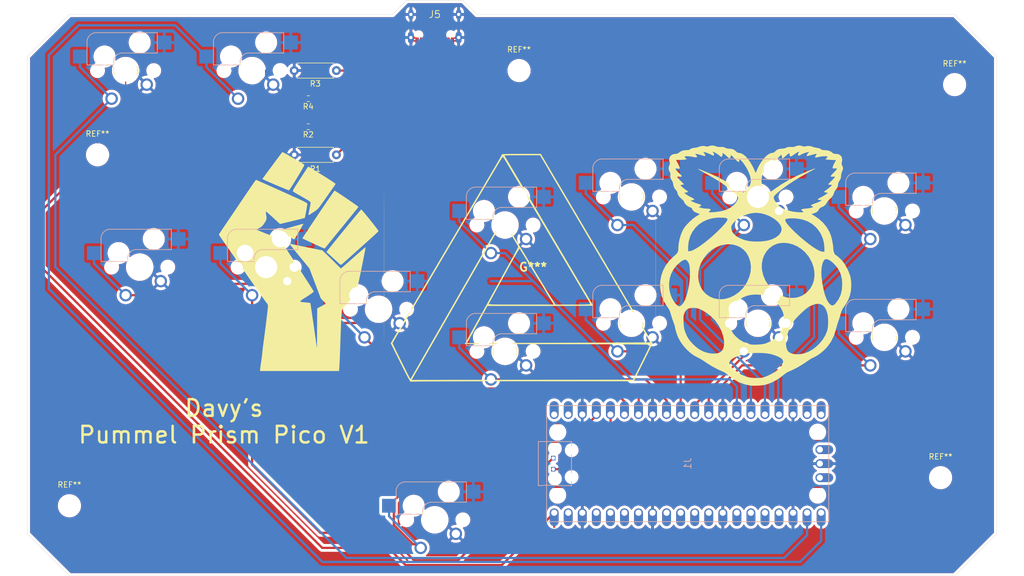
<source format=kicad_pcb>
(kicad_pcb (version 20211014) (generator pcbnew)
  (layers (0 "F.Cu" signal) (31 "B.Cu" signal) (34 "B.Paste" user) (35 "F.Paste" user) (36 "B.SilkS" user "B.Silkscreen") (37 "F.SilkS" user "F.Silkscreen") (38 "B.Mask" user) (39 "F.Mask" user) (44 "Edge.Cuts" user))
  (net 0 "")
  (net 4 "GND")
  (net 7 "/UP")
  (net 8 "/DOWN")
  (net 9 "/RIGHT")
  (net 10 "/LEFT")
  (net 11 "/B1")
  (net 12 "/B2")
  (net 13 "/R1")
  (net 14 "/L1")
  (net 17 "/S1")
  (net 18 "/S2")
  (net 30 "/D-")
  (net 31 "/D+")
  (net 32 "+5V")
  (net 33 "VCC")
  (net 34 "Net-(J5-PadA5)")
  (net 36 "Net-(J5-PadB5)")
  (net 38 "/B3")
  (net 39 "/B4")
  (net 40 "/L2")
  (net 41 "/R2")
  (footprint "OF1 v1:MX-BOTH" (layer "F.Cu") (at 210.82 91.44)
    (fp_text reference "U$15" (at 0 0) (layer "F.SilkS") (effects (font (size 1.27 1.27))))
    (fp_text value "MX-B")
    (pad "" np_thru_hole circle (at -5.08 0) (size 1.7018 1.7018) (drill 1.7018) (layers *.Cu *.Mask))
    (pad "" np_thru_hole circle (at 2.54 -5.08) (size 3 3) (drill 3) (layers *.Cu *.Mask))
    (pad "" np_thru_hole circle (at 5.08 0) (size 1.7018 1.7018) (drill 1.7018) (layers *.Cu *.Mask))
    (pad "" np_thru_hole circle (at 0 0) (size 3.9878 3.9878) (drill 3.9878) (layers *.Cu *.Mask))
    (pad "" np_thru_hole circle (at -3.81 -2.54) (size 3 3) (drill 3) (layers *.Cu *.Mask))
    (pad "P$1" thru_hole circle (at 3.81 2.54 180) (size 2.2479 2.2479) (drill 1.4986) (layers *.Cu *.Mask) (net 4 "GND"))
    (pad "P$2" thru_hole circle (at -2.54 5.08 180) (size 2.2479 2.2479) (drill 1.4986) (layers *.Cu *.Mask) (net 41 "/R2"))
    (pad "P$3" smd rect (at -8.255 -2.54) (size 2.55 2.5) (layers "B.Cu" "B.Paste" "B.Mask") (net 41 "/R2"))
    (pad "P$4" smd rect (at 6.985 -5.08) (size 2.55 2.5) (layers "B.Cu" "B.Paste" "B.Mask") (net 4 "GND"))
  )
  (footprint "OF1 v1:MX-BOTH" (layer "F.Cu") (at 165.1 96.52)
    (fp_text reference "U$13" (at 0 0) (layer "F.SilkS") (effects (font (size 1.27 1.27))))
    (fp_text value "MX-B")
    (pad "" np_thru_hole circle (at 5.08 0) (size 1.7018 1.7018) (drill 1.7018) (layers *.Cu *.Mask))
    (pad "" np_thru_hole circle (at 0 0) (size 3.9878 3.9878) (drill 3.9878) (layers *.Cu *.Mask))
    (pad "" np_thru_hole circle (at -3.81 -2.54) (size 3 3) (drill 3) (layers *.Cu *.Mask))
    (pad "" np_thru_hole circle (at -5.08 0) (size 1.7018 1.7018) (drill 1.7018) (layers *.Cu *.Mask))
    (pad "" np_thru_hole circle (at 2.54 -5.08) (size 3 3) (drill 3) (layers *.Cu *.Mask))
    (pad "P$1" thru_hole circle (at 3.81 2.54 180) (size 2.2479 2.2479) (drill 1.4986) (layers *.Cu *.Mask) (net 4 "GND"))
    (pad "P$2" thru_hole circle (at -2.54 5.08 180) (size 2.2479 2.2479) (drill 1.4986) (layers *.Cu *.Mask) (net 11 "/B1"))
    (pad "P$3" smd rect (at -8.255 -2.54) (size 2.55 2.5) (layers "B.Cu" "B.Paste" "B.Mask") (net 11 "/B1"))
    (pad "P$4" smd rect (at 6.985 -5.08) (size 2.55 2.5) (layers "B.Cu" "B.Paste" "B.Mask") (net 4 "GND"))
  )
  (footprint "Resistor_SMD:R_0603_1608Metric" (layer "F.Cu") (at 129.54 55.88 180)
    (fp_text reference "R2" (at 0 -1.43) (layer "F.SilkS"))
    (fp_text value "5.1k")
    (pad "1" smd roundrect (at -0.825 0 180) (size 0.8 0.95) (layers "F.Cu" "F.Paste" "F.Mask") (net 34 "Net-(J5-PadA5)"))
    (pad "2" smd roundrect (at 0.825 0 180) (size 0.8 0.95) (layers "F.Cu" "F.Paste" "F.Mask") (net 4 "GND"))
  )
  (footprint "OF1 v1:MX-BOTH" (layer "F.Cu") (at 233.68 71.12)
    (fp_text reference "U$12" (at 0 0) (layer "F.SilkS") (effects (font (size 1.27 1.27))))
    (fp_text value "MX-B")
    (pad "" np_thru_hole circle (at 0 0) (size 3.9878 3.9878) (drill 3.9878) (layers *.Cu *.Mask))
    (pad "" np_thru_hole circle (at 5.08 0) (size 1.7018 1.7018) (drill 1.7018) (layers *.Cu *.Mask))
    (pad "" np_thru_hole circle (at -5.08 0) (size 1.7018 1.7018) (drill 1.7018) (layers *.Cu *.Mask))
    (pad "" np_thru_hole circle (at -3.81 -2.54) (size 3 3) (drill 3) (layers *.Cu *.Mask))
    (pad "" np_thru_hole circle (at 2.54 -5.08) (size 3 3) (drill 3) (layers *.Cu *.Mask))
    (pad "P$1" thru_hole circle (at 3.81 2.54 180) (size 2.2479 2.2479) (drill 1.4986) (layers *.Cu *.Mask) (net 4 "GND"))
    (pad "P$2" thru_hole circle (at -2.54 5.08 180) (size 2.2479 2.2479) (drill 1.4986) (layers *.Cu *.Mask) (net 14 "/L1"))
    (pad "P$3" smd rect (at -8.255 -2.54) (size 2.55 2.5) (layers "B.Cu" "B.Paste" "B.Mask") (net 14 "/L1"))
    (pad "P$4" smd rect (at 6.985 -5.08) (size 2.55 2.5) (layers "B.Cu" "B.Paste" "B.Mask") (net 4 "GND"))
  )
  (footprint "OF1 v1:MX-BOTH" (layer "F.Cu") (at 187.96 68.58)
    (fp_text reference "U$10" (at 0 0) (layer "F.SilkS") (effects (font (size 1.27 1.27))))
    (fp_text value "MX-B")
    (pad "" np_thru_hole circle (at -5.08 0) (size 1.7018 1.7018) (drill 1.7018) (layers *.Cu *.Mask))
    (pad "" np_thru_hole circle (at 0 0) (size 3.9878 3.9878) (drill 3.9878) (layers *.Cu *.Mask))
    (pad "" np_thru_hole circle (at -3.81 -2.54) (size 3 3) (drill 3) (layers *.Cu *.Mask))
    (pad "" np_thru_hole circle (at 5.08 0) (size 1.7018 1.7018) (drill 1.7018) (layers *.Cu *.Mask))
    (pad "" np_thru_hole circle (at 2.54 -5.08) (size 3 3) (drill 3) (layers *.Cu *.Mask))
    (pad "P$1" thru_hole circle (at 3.81 2.54 180) (size 2.2479 2.2479) (drill 1.4986) (layers *.Cu *.Mask) (net 4 "GND"))
    (pad "P$2" thru_hole circle (at -2.54 5.08 180) (size 2.2479 2.2479) (drill 1.4986) (layers *.Cu *.Mask) (net 39 "/B4"))
    (pad "P$3" smd rect (at -8.255 -2.54) (size 2.55 2.5) (layers "B.Cu" "B.Paste" "B.Mask") (net 39 "/B4"))
    (pad "P$4" smd rect (at 6.985 -5.08) (size 2.55 2.5) (layers "B.Cu" "B.Paste" "B.Mask") (net 4 "GND"))
  )
  (footprint "MountingHole:MountingHole_3.2mm_M3_DIN965" (layer "F.Cu") (at 86.36 124.46)
    (fp_text reference "REF**" (at 0 -3.8) (layer "F.SilkS"))
    (fp_text value "MountingHole_3.2mm_M3_DIN965")
    (pad "" np_thru_hole circle (at 0 0) (size 3.2 3.2) (drill 3.2) (layers *.Cu *.Mask))
  )
  (footprint "MountingHole:MountingHole_3.2mm_M3_DIN965" (layer "F.Cu") (at 246.38 48.26)
    (fp_text reference "REF**" (at 0 -3.8) (layer "F.SilkS"))
    (fp_text value "MountingHole_3.2mm_M3_DIN965")
    (pad "" np_thru_hole circle (at 0 0) (size 3.2 3.2) (drill 3.2) (layers *.Cu *.Mask))
  )
  (footprint "OF1 v1:16P" (layer "F.Cu") (at 152.4 35.56 180)
    (fp_text reference "J5" (at 0 0) (layer "F.SilkS") (effects (font (size 1.27 1.27))))
    (fp_text value "GT-USB-7010")
    (pad "" np_thru_hole circle (at 2.89 -3.68 180) (size 0.65 0.65) (drill 0.65) (layers *.Cu *.Mask))
    (pad "" np_thru_hole circle (at -2.89 -3.68 180) (size 0.65 0.65) (drill 0.65) (layers *.Cu *.Mask))
    (pad "A1/B12" smd rect (at -3.2 -4.8 180) (size 0.6 1.24) (layers "F.Cu" "F.Paste" "F.Mask") (net 4 "GND"))
    (pad "A4/B9" smd rect (at -2.4 -4.8 180) (size 0.6 1.24) (layers "F.Cu" "F.Paste" "F.Mask") (net 32 "+5V"))
    (pad "A5" smd rect (at -1.25 -4.8 180) (size 0.3 1.24) (layers "F.Cu" "F.Paste" "F.Mask") (net 34 "Net-(J5-PadA5)"))
    (pad "A6" smd rect (at -0.25 -4.8 180) (size 0.3 1.24) (layers "F.Cu" "F.Paste" "F.Mask") (net 31 "/D+"))
    (pad "A7" smd rect (at 0.25 -4.8 180) (size 0.3 1.24) (layers "F.Cu" "F.Paste" "F.Mask") (net 30 "/D-"))
    (pad "A8" smd rect (at 1.25 -4.8 180) (size 0.3 1.24) (layers "F.Cu" "F.Paste" "F.Mask"))
    (pad "B1/A12" smd rect (at 3.2 -4.8 180) (size 0.6 1.24) (layers "F.Cu" "F.Paste" "F.Mask") (net 4 "GND"))
    (pad "B4/A9" smd rect (at 2.4 -4.8 180) (size 0.6 1.24) (layers "F.Cu" "F.Paste" "F.Mask") (net 32 "+5V"))
    (pad "B5" smd rect (at 1.75 -4.8 180) (size 0.3 1.24) (layers "F.Cu" "F.Paste" "F.Mask") (net 36 "Net-(J5-PadB5)"))
    (pad "B6" smd rect (at 0.75 -4.8 180) (size 0.3 1.24) (layers "F.Cu" "F.Paste" "F.Mask") (net 31 "/D+"))
    (pad "B7" smd rect (at -0.75 -4.8 180) (size 0.3 1.24) (layers "F.Cu" "F.Paste" "F.Mask") (net 30 "/D-"))
    (pad "B8" smd rect (at -1.75 -4.8 180) (size 0.3 1.24) (layers "F.Cu" "F.Paste" "F.Mask"))
    (pad "SHIELD1" thru_hole oval (at -4.32 -4.18 270) (size 2.1 1.05) (drill 0.6) (layers *.Cu *.Mask) (net 4 "GND"))
    (pad "SHIELD2" thru_hole oval (at -4.32 0 270) (size 1.8 0.9) (drill 0.6) (layers *.Cu *.Mask) (net 4 "GND"))
    (pad "SHIELD3" thru_hole oval (at 4.32 -4.18 270) (size 2.1 1.05) (drill 0.6) (layers *.Cu *.Mask) (net 4 "GND"))
    (pad "SHIELD4" thru_hole oval (at 4.32 0 270) (size 1.8 0.9) (drill 0.6) (layers *.Cu *.Mask) (net 4 "GND"))
  )
  (footprint "Resistor_THT:R_Axial_DIN0207_L6.3mm_D2.5mm_P7.62mm_Horizontal" (layer "F.Cu") (at 134.62 45.72 180)
    (fp_text reference "R3" (at 3.81 -2.37) (layer "F.SilkS"))
    (fp_text value "5.1k")
    (pad "1" thru_hole circle (at 0 0 180) (size 1.6 1.6) (drill 0.8) (layers *.Cu *.Mask) (net 36 "Net-(J5-PadB5)"))
    (pad "2" thru_hole oval (at 7.62 0 180) (size 1.6 1.6) (drill 0.8) (layers *.Cu *.Mask) (net 4 "GND"))
  )
  (footprint "MountingHole:MountingHole_3.2mm_M3_DIN965" (layer "F.Cu") (at 91.44 60.96)
    (fp_text reference "REF**" (at 0 -3.8) (layer "F.SilkS"))
    (fp_text value "MountingHole_3.2mm_M3_DIN965")
    (pad "" np_thru_hole circle (at 0 0) (size 3.2 3.2) (drill 3.2) (layers *.Cu *.Mask))
  )
  (footprint "OF1 v1:MX-BOTH" (layer "F.Cu") (at 233.68 93.98)
    (fp_text reference "U$16" (at 0 0) (layer "F.SilkS") (effects (font (size 1.27 1.27))))
    (fp_text value "MX-B")
    (pad "" np_thru_hole circle (at 2.54 -5.08) (size 3 3) (drill 3) (layers *.Cu *.Mask))
    (pad "" np_thru_hole circle (at 5.08 0) (size 1.7018 1.7018) (drill 1.7018) (layers *.Cu *.Mask))
    (pad "" np_thru_hole circle (at -5.08 0) (size 1.7018 1.7018) (drill 1.7018) (layers *.Cu *.Mask))
    (pad "" np_thru_hole circle (at -3.81 -2.54) (size 3 3) (drill 3) (layers *.Cu *.Mask))
    (pad "" np_thru_hole circle (at 0 0) (size 3.9878 3.9878) (drill 3.9878) (layers *.Cu *.Mask))
    (pad "P$1" thru_hole circle (at 3.81 2.54 180) (size 2.2479 2.2479) (drill 1.4986) (layers *.Cu *.Mask) (net 4 "GND"))
    (pad "P$2" thru_hole circle (at -2.54 5.08 180) (size 2.2479 2.2479) (drill 1.4986) (layers *.Cu *.Mask) (net 40 "/L2"))
    (pad "P$3" smd rect (at -8.255 -2.54) (size 2.55 2.5) (layers "B.Cu" "B.Paste" "B.Mask") (net 40 "/L2"))
    (pad "P$4" smd rect (at 6.985 -5.08) (size 2.55 2.5) (layers "B.Cu" "B.Paste" "B.Mask") (net 4 "GND"))
  )
  (footprint "Resistor_THT:R_Axial_DIN0207_L6.3mm_D2.5mm_P7.62mm_Horizontal" (layer "F.Cu") (at 134.62 60.96 180)
    (fp_text reference "R1" (at 3.81 -2.54) (layer "F.SilkS"))
    (fp_text value "5.1k")
    (pad "1" thru_hole circle (at 0 0 180) (size 1.6 1.6) (drill 0.8) (layers *.Cu *.Mask) (net 34 "Net-(J5-PadA5)"))
    (pad "2" thru_hole oval (at 7.62 0 180) (size 1.6 1.6) (drill 0.8) (layers *.Cu *.Mask) (net 4 "GND"))
  )
  (footprint "OF1 v1:pummel_prism_pico" (layer "F.Cu") (at 170.18 81.28)
    (fp_text reference "G***" (at 0 0) (layer "F.SilkS") (effects (font (size 1.524 1.524) (thickness 0.3))))
    (fp_text value "LOGO" hide)
  )
  (footprint "OF1 v1:MX-BOTH" (layer "F.Cu") (at 210.82 68.58)
    (fp_text reference "U$11" (at 0 0) (layer "F.SilkS") (effects (font (size 1.27 1.27))))
    (fp_text value "MX-B")
    (pad "" np_thru_hole circle (at -3.81 -2.54) (size 3 3) (drill 3) (layers *.Cu *.Mask))
    (pad "" np_thru_hole circle (at 2.54 -5.08) (size 3 3) (drill 3) (layers *.Cu *.Mask))
    (pad "" np_thru_hole circle (at 0 0) (size 3.9878 3.9878) (drill 3.9878) (layers *.Cu *.Mask))
    (pad "" np_thru_hole circle (at 5.08 0) (size 1.7018 1.7018) (drill 1.7018) (layers *.Cu *.Mask))
    (pad "" np_thru_hole circle (at -5.08 0) (size 1.7018 1.7018) (drill 1.7018) (layers *.Cu *.Mask))
    (pad "P$1" thru_hole circle (at 3.81 2.54 180) (size 2.2479 2.2479) (drill 1.4986) (layers *.Cu *.Mask) (net 4 "GND"))
    (pad "P$2" thru_hole circle (at -2.54 5.08 180) (size 2.2479 2.2479) (drill 1.4986) (layers *.Cu *.Mask) (net 13 "/R1"))
    (pad "P$3" smd rect (at -8.255 -2.54) (size 2.55 2.5) (layers "B.Cu" "B.Paste" "B.Mask") (net 13 "/R1"))
    (pad "P$4" smd rect (at 6.985 -5.08) (size 2.55 2.5) (layers "B.Cu" "B.Paste" "B.Mask") (net 4 "GND"))
  )
  (footprint "MountingHole:MountingHole_3.2mm_M3_DIN965" (layer "F.Cu") (at 243.84 119.38)
    (fp_text reference "REF**" (at 0 -3.8) (layer "F.SilkS"))
    (fp_text value "MountingHole_3.2mm_M3_DIN965")
    (pad "" np_thru_hole circle (at 0 0) (size 3.2 3.2) (drill 3.2) (layers *.Cu *.Mask))
  )
  (footprint "OF1 v1:MX-BOTH" (layer "F.Cu") (at 96.52 45.72)
    (fp_text reference "U$18" (at 0 0) (layer "F.SilkS") (effects (font (size 1.27 1.27))))
    (fp_text value "MX-B")
    (pad "" np_thru_hole circle (at 0 0) (size 3.9878 3.9878) (drill 3.9878) (layers *.Cu *.Mask))
    (pad "" np_thru_hole circle (at 2.54 -5.08) (size 3 3) (drill 3) (layers *.Cu *.Mask))
    (pad "" np_thru_hole circle (at -3.81 -2.54) (size 3 3) (drill 3) (layers *.Cu *.Mask))
    (pad "" np_thru_hole circle (at 5.08 0) (size 1.7018 1.7018) (drill 1.7018) (layers *.Cu *.Mask))
    (pad "" np_thru_hole circle (at -5.08 0) (size 1.7018 1.7018) (drill 1.7018) (layers *.Cu *.Mask))
    (pad "P$1" thru_hole circle (at 3.81 2.54 180) (size 2.2479 2.2479) (drill 1.4986) (layers *.Cu *.Mask) (net 4 "GND"))
    (pad "P$2" thru_hole circle (at -2.54 5.08 180) (size 2.2479 2.2479) (drill 1.4986) (layers *.Cu *.Mask) (net 18 "/S2"))
    (pad "P$3" smd rect (at -8.255 -2.54) (size 2.55 2.5) (layers "B.Cu" "B.Paste" "B.Mask") (net 18 "/S2"))
    (pad "P$4" smd rect (at 6.985 -5.08) (size 2.55 2.5) (layers "B.Cu" "B.Paste" "B.Mask") (net 4 "GND"))
  )
  (footprint "OF1 v1:MX-BOTH" (layer "F.Cu") (at 152.4 127)
    (fp_text reference "U$6" (at 0 0) (layer "F.SilkS") (effects (font (size 1.27 1.27))))
    (fp_text value "MX-B")
    (pad "" np_thru_hole circle (at 5.08 0) (size 1.7018 1.7018) (drill 1.7018) (layers *.Cu *.Mask))
    (pad "" np_thru_hole circle (at -5.08 0) (size 1.7018 1.7018) (drill 1.7018) (layers *.Cu *.Mask))
    (pad "" np_thru_hole circle (at -3.81 -2.54) (size 3 3) (drill 3) (layers *.Cu *.Mask))
    (pad "" np_thru_hole circle (at 0 0) (size 3.9878 3.9878) (drill 3.9878) (layers *.Cu *.Mask))
    (pad "" np_thru_hole circle (at 2.54 -5.08) (size 3 3) (drill 3) (layers *.Cu *.Mask))
    (pad "P$1" thru_hole circle (at 3.81 2.54 180) (size 2.2479 2.2479) (drill 1.4986) (layers *.Cu *.Mask) (net 4 "GND"))
    (pad "P$2" thru_hole circle (at -2.54 5.08 180) (size 2.2479 2.2479) (drill 1.4986) (layers *.Cu *.Mask) (net 7 "/UP"))
    (pad "P$3" smd rect (at -8.255 -2.54) (size 2.55 2.5) (layers "B.Cu" "B.Paste" "B.Mask") (net 7 "/UP"))
    (pad "P$4" smd rect (at 6.985 -5.08) (size 2.55 2.5) (layers "B.Cu" "B.Paste" "B.Mask") (net 4 "GND"))
  )
  (footprint "OF1 v1:MX-BOTH" (layer "F.Cu") (at 187.96 91.44)
    (fp_text reference "U$14" (at 0 0) (layer "F.SilkS") (effects (font (size 1.27 1.27))))
    (fp_text value "MX-B")
    (pad "" np_thru_hole circle (at 5.08 0) (size 1.7018 1.7018) (drill 1.7018) (layers *.Cu *.Mask))
    (pad "" np_thru_hole circle (at -5.08 0) (size 1.7018 1.7018) (drill 1.7018) (layers *.Cu *.Mask))
    (pad "" np_thru_hole circle (at 0 0) (size 3.9878 3.9878) (drill 3.9878) (layers *.Cu *.Mask))
    (pad "" np_thru_hole circle (at 2.54 -5.08) (size 3 3) (drill 3) (layers *.Cu *.Mask))
    (pad "" np_thru_hole circle (at -3.81 -2.54) (size 3 3) (drill 3) (layers *.Cu *.Mask))
    (pad "P$1" thru_hole circle (at 3.81 2.54 180) (size 2.2479 2.2479) (drill 1.4986) (layers *.Cu *.Mask) (net 4 "GND"))
    (pad "P$2" thru_hole circle (at -2.54 5.08 180) (size 2.2479 2.2479) (drill 1.4986) (layers *.Cu *.Mask) (net 12 "/B2"))
    (pad "P$3" smd rect (at -8.255 -2.54) (size 2.55 2.5) (layers "B.Cu" "B.Paste" "B.Mask") (net 12 "/B2"))
    (pad "P$4" smd rect (at 6.985 -5.08) (size 2.55 2.5) (layers "B.Cu" "B.Paste" "B.Mask") (net 4 "GND"))
  )
  (footprint "OF1 v1:MX-BOTH" (layer "F.Cu") (at 99.06 81.28)
    (fp_text reference "U$2" (at 0 0) (layer "F.SilkS") (effects (font (size 1.27 1.27))))
    (fp_text value "MX-B")
    (pad "" np_thru_hole circle (at 0 0) (size 3.9878 3.9878) (drill 3.9878) (layers *.Cu *.Mask))
    (pad "" np_thru_hole circle (at 5.08 0) (size 1.7018 1.7018) (drill 1.7018) (layers *.Cu *.Mask))
    (pad "" np_thru_hole circle (at -5.08 0) (size 1.7018 1.7018) (drill 1.7018) (layers *.Cu *.Mask))
    (pad "" np_thru_hole circle (at 2.54 -5.08) (size 3 3) (drill 3) (layers *.Cu *.Mask))
    (pad "" np_thru_hole circle (at -3.81 -2.54) (size 3 3) (drill 3) (layers *.Cu *.Mask))
    (pad "P$1" thru_hole circle (at 3.81 2.54 180) (size 2.2479 2.2479) (drill 1.4986) (layers *.Cu *.Mask) (net 4 "GND"))
    (pad "P$2" thru_hole circle (at -2.54 5.08 180) (size 2.2479 2.2479) (drill 1.4986) (layers *.Cu *.Mask) (net 10 "/LEFT"))
    (pad "P$3" smd rect (at -8.255 -2.54) (size 2.55 2.5) (layers "B.Cu" "B.Paste" "B.Mask") (net 10 "/LEFT"))
    (pad "P$4" smd rect (at 6.985 -5.08) (size 2.55 2.5) (layers "B.Cu" "B.Paste" "B.Mask") (net 4 "GND"))
  )
  (footprint "OF1 v1:MX-BOTH" (layer "F.Cu") (at 119.38 45.72)
    (fp_text reference "U$8" (at 0 0) (layer "F.SilkS") (effects (font (size 1.27 1.27))))
    (fp_text value "MX-B")
    (pad "" np_thru_hole circle (at -5.08 0) (size 1.7018 1.7018) (drill 1.7018) (layers *.Cu *.Mask))
    (pad "" np_thru_hole circle (at 5.08 0) (size 1.7018 1.7018) (drill 1.7018) (layers *.Cu *.Mask))
    (pad "" np_thru_hole circle (at 0 0) (size 3.9878 3.9878) (drill 3.9878) (layers *.Cu *.Mask))
    (pad "" np_thru_hole circle (at 2.54 -5.08) (size 3 3) (drill 3) (layers *.Cu *.Mask))
    (pad "" np_thru_hole circle (at -3.81 -2.54) (size 3 3) (drill 3) (layers *.Cu *.Mask))
    (pad "P$1" thru_hole circle (at 3.81 2.54 180) (size 2.2479 2.2479) (drill 1.4986) (layers *.Cu *.Mask) (net 4 "GND"))
    (pad "P$2" thru_hole circle (at -2.54 5.08 180) (size 2.2479 2.2479) (drill 1.4986) (layers *.Cu *.Mask) (net 17 "/S1"))
    (pad "P$3" smd rect (at -8.255 -2.54) (size 2.55 2.5) (layers "B.Cu" "B.Paste" "B.Mask") (net 17 "/S1"))
    (pad "P$4" smd rect (at 6.985 -5.08) (size 2.55 2.5) (layers "B.Cu" "B.Paste" "B.Mask") (net 4 "GND"))
  )
  (footprint "MountingHole:MountingHole_3.2mm_M3_DIN965" (layer "F.Cu") (at 167.64 45.72)
    (fp_text reference "REF**" (at 0 -3.8) (layer "F.SilkS"))
    (fp_text value "MountingHole_3.2mm_M3_DIN965")
    (pad "" np_thru_hole circle (at 0 0) (size 3.2 3.2) (drill 3.2) (layers *.Cu *.Mask))
  )
  (footprint "OF1 v1:MX-BOTH" (layer "F.Cu") (at 121.92 81.28)
    (fp_text reference "U$4" (at 0 0) (layer "F.SilkS") (effects (font (size 1.27 1.27))))
    (fp_text value "MX-B")
    (pad "" np_thru_hole circle (at 5.08 0) (size 1.7018 1.7018) (drill 1.7018) (layers *.Cu *.Mask))
    (pad "" np_thru_hole circle (at 2.54 -5.08) (size 3 3) (drill 3) (layers *.Cu *.Mask))
    (pad "" np_thru_hole circle (at -5.08 0) (size 1.7018 1.7018) (drill 1.7018) (layers *.Cu *.Mask))
    (pad "" np_thru_hole circle (at 0 0) (size 3.9878 3.9878) (drill 3.9878) (layers *.Cu *.Mask))
    (pad "" np_thru_hole circle (at -3.81 -2.54) (size 3 3) (drill 3) (layers *.Cu *.Mask))
    (pad "P$1" thru_hole circle (at 3.81 2.54 180) (size 2.2479 2.2479) (drill 1.4986) (layers *.Cu *.Mask) (net 4 "GND"))
    (pad "P$2" thru_hole circle (at -2.54 5.08 180) (size 2.2479 2.2479) (drill 1.4986) (layers *.Cu *.Mask) (net 8 "/DOWN"))
    (pad "P$3" smd rect (at -8.255 -2.54) (size 2.55 2.5) (layers "B.Cu" "B.Paste" "B.Mask") (net 8 "/DOWN"))
    (pad "P$4" smd rect (at 6.985 -5.08) (size 2.55 2.5) (layers "B.Cu" "B.Paste" "B.Mask") (net 4 "GND"))
  )
  (footprint "OF1 v1:MX-BOTH" (layer "F.Cu") (at 165.1 73.66)
    (fp_text reference "U$9" (at 0 0) (layer "F.SilkS") (effects (font (size 1.27 1.27))))
    (fp_text value "MX-B")
    (pad "" np_thru_hole circle (at -3.81 -2.54) (size 3 3) (drill 3) (layers *.Cu *.Mask))
    (pad "" np_thru_hole circle (at 2.54 -5.08) (size 3 3) (drill 3) (layers *.Cu *.Mask))
    (pad "" np_thru_hole circle (at 0 0) (size 3.9878 3.9878) (drill 3.9878) (layers *.Cu *.Mask))
    (pad "" np_thru_hole circle (at 5.08 0) (size 1.7018 1.7018) (drill 1.7018) (layers *.Cu *.Mask))
    (pad "" np_thru_hole circle (at -5.08 0) (size 1.7018 1.7018) (drill 1.7018) (layers *.Cu *.Mask))
    (pad "P$1" thru_hole circle (at 3.81 2.54 180) (size 2.2479 2.2479) (drill 1.4986) (layers *.Cu *.Mask) (net 4 "GND"))
    (pad "P$2" thru_hole circle (at -2.54 5.08 180) (size 2.2479 2.2479) (drill 1.4986) (layers *.Cu *.Mask) (net 38 "/B3"))
    (pad "P$3" smd rect (at -8.255 -2.54) (size 2.55 2.5) (layers "B.Cu" "B.Paste" "B.Mask") (net 38 "/B3"))
    (pad "P$4" smd rect (at 6.985 -5.08) (size 2.55 2.5) (layers "B.Cu" "B.Paste" "B.Mask") (net 4 "GND"))
  )
  (footprint "OF1 v1:MX-BOTH" (layer "F.Cu") (at 142.24 88.9)
    (fp_text reference "U$5" (at 0 0) (layer "F.SilkS") (effects (font (size 1.27 1.27))))
    (fp_text value "MX-B")
    (pad "" np_thru_hole circle (at -5.08 0) (size 1.7018 1.7018) (drill 1.7018) (layers *.Cu *.Mask))
    (pad "" np_thru_hole circle (at 5.08 0) (size 1.7018 1.7018) (drill 1.7018) (layers *.Cu *.Mask))
    (pad "" np_thru_hole circle (at 2.54 -5.08) (size 3 3) (drill 3) (layers *.Cu *.Mask))
    (pad "" np_thru_hole circle (at -3.81 -2.54) (size 3 3) (drill 3) (layers *.Cu *.Mask))
    (pad "" np_thru_hole circle (at 0 0) (size 3.9878 3.9878) (drill 3.9878) (layers *.Cu *.Mask))
    (pad "P$1" thru_hole circle (at 3.81 2.54 180) (size 2.2479 2.2479) (drill 1.4986) (layers *.Cu *.Mask) (net 4 "GND"))
    (pad "P$2" thru_hole circle (at -2.54 5.08 180) (size 2.2479 2.2479) (drill 1.4986) (layers *.Cu *.Mask) (net 9 "/RIGHT"))
    (pad "P$3" smd rect (at -8.255 -2.54) (size 2.55 2.5) (layers "B.Cu" "B.Paste" "B.Mask") (net 9 "/RIGHT"))
    (pad "P$4" smd rect (at 6.985 -5.08) (size 2.55 2.5) (layers "B.Cu" "B.Paste" "B.Mask") (net 4 "GND"))
  )
  (footprint "Resistor_SMD:R_0603_1608Metric" (layer "F.Cu") (at 129.54 50.8 180)
    (fp_text reference "R4" (at 0 -1.43) (layer "F.SilkS"))
    (fp_text value "5.1k")
    (pad "1" smd roundrect (at -0.825 0 180) (size 0.8 0.95) (layers "F.Cu" "F.Paste" "F.Mask") (net 36 "Net-(J5-PadB5)"))
    (pad "2" smd roundrect (at 0.825 0 180) (size 0.8 0.95) (layers "F.Cu" "F.Paste" "F.Mask") (net 4 "GND"))
  )
  (footprint "OF1 v1:RPI_PICO_TH" (layer "B.Cu") (at 198.12 116.84 -90)
    (fp_text reference "J1" (at 0 0 90) (layer "B.SilkS") (effects (font (size 1.27 1.27)) (justify mirror)))
    (fp_text value "RPI_PICO-TH")
    (pad "" np_thru_hole circle (at -2.425 20.97 270) (size 1.5 1.5) (drill 1.5) (layers *.Cu *.Mask))
    (pad "" np_thru_hole circle (at 2.725 24 270) (size 1.5 1.5) (drill 1.5) (layers *.Cu *.Mask))
    (pad "" np_thru_hole circle (at -2.725 24 270) (size 1.5 1.5) (drill 1.5) (layers *.Cu *.Mask))
    (pad "" np_thru_hole circle (at 5.7 23.5 270) (size 2.1 2.1) (drill 2.1) (layers *.Cu *.Mask))
    (pad "" np_thru_hole circle (at -5.7 -23.5 270) (size 2.1 2.1) (drill 2.1) (layers *.Cu *.Mask))
    (pad "" np_thru_hole circle (at -5.7 23.5 270) (size 2.1 2.1) (drill 2.1) (layers *.Cu *.Mask))
    (pad "" np_thru_hole circle (at 2.425 20.97 270) (size 1.5 1.5) (drill 1.5) (layers *.Cu *.Mask))
    (pad "" np_thru_hole circle (at 5.7 -23.5 270) (size 2.1 2.1) (drill 2.1) (layers *.Cu *.Mask))
    (pad "3V3" thru_hole oval (at 8.89 13.97 270) (size 3.2 1.6) (drill 1.1 (offset 0.8 0)) (layers *.Cu *.Mask))
    (pad "3V3_EN" thru_hole oval (at 8.89 16.51 270) (size 3.2 1.6) (drill 1.1 (offset 0.8 0)) (layers *.Cu *.Mask))
    (pad "ADC_VREF" thru_hole oval (at 8.89 11.43 270) (size 3.2 1.6) (drill 1.1 (offset 0.8 0)) (layers *.Cu *.Mask))
    (pad "AGND" thru_hole oval (at 8.89 6.35 270) (size 3.2 1.6) (drill 1.1 (offset 0.8 0)) (layers *.Cu *.Mask) (net 4 "GND"))
    (pad "GND@1" thru_hole oval (at -8.89 19.05 90) (size 3.2 1.6) (drill 1.1 (offset 0.8 0)) (layers *.Cu *.Mask) (net 4 "GND"))
    (pad "GND@2" thru_hole oval (at -8.89 6.35 90) (size 3.2 1.6) (drill 1.1 (offset 0.8 0)) (layers *.Cu *.Mask) (net 4 "GND"))
    (pad "GND@3" thru_hole oval (at -8.89 -6.35 90) (size 3.2 1.6) (drill 1.1 (offset 0.8 0)) (layers *.Cu *.Mask) (net 4 "GND"))
    (pad "GND@4" thru_hole oval (at -8.89 -19.05 90) (size 3.2 1.6) (drill 1.1 (offset 0.8 0)) (layers *.Cu *.Mask) (net 4 "GND"))
    (pad "GND@5" thru_hole oval (at 0 -23.9) (size 3.2 1.6) (drill 1.1 (offset 0.8 0)) (layers *.Cu *.Mask) (net 4 "GND"))
    (pad "GND@6" thru_hole oval (at 8.89 -19.05 270) (size 3.2 1.6) (drill 1.1 (offset 0.8 0)) (layers *.Cu *.Mask) (net 4 "GND"))
    (pad "GND@7" thru_hole oval (at 8.89 -6.35 270) (size 3.2 1.6) (drill 1.1 (offset 0.8 0)) (layers *.Cu *.Mask) (net 4 "GND"))
    (pad "GND@8" thru_hole oval (at 8.89 19.05 270) (size 3.2 1.6) (drill 1.1 (offset 0.8 0)) (layers *.Cu *.Mask) (net 4 "GND"))
    (pad "GP0" thru_hole oval (at -8.89 24.13 90) (size 3.2 1.6) (drill 1.1 (offset 0.8 0)) (layers *.Cu *.Mask))
    (pad "GP1" thru_hole oval (at -8.89 21.59 90) (size 3.2 1.6) (drill 1.1 (offset 0.8 0)) (layers *.Cu *.Mask))
    (pad "GP2" thru_hole oval (at -8.89 16.51 90) (size 3.2 1.6) (drill 1.1 (offset 0.8 0)) (layers *.Cu *.Mask) (net 7 "/UP"))
    (pad "GP3" thru_hole oval (at -8.89 13.97 90) (size 3.2 1.6) (drill 1.1 (offset 0.8 0)) (layers *.Cu *.Mask) (net 8 "/DOWN"))
    (pad "GP4" thru_hole oval (at -8.89 11.43 90) (size 3.2 1.6) (drill 1.1 (offset 0.8 0)) (layers *.Cu *.Mask) (net 9 "/RIGHT"))
    (pad "GP5" thru_hole oval (at -8.89 8.89 90) (size 3.2 1.6) (drill 1.1 (offset 0.8 0)) (layers *.Cu *.Mask) (net 10 "/LEFT"))
    (pad "GP6" thru_hole oval (at -8.89 3.81 90) (size 3.2 1.6) (drill 1.1 (offset 0.8 0)) (layers *.Cu *.Mask) (net 11 "/B1"))
    (pad "GP7" thru_hole oval (at -8.89 1.27 90) (size 3.2 1.6) (drill 1.1 (offset 0.8 0)) (layers *.Cu *.Mask) (net 12 "/B2"))
    (pad "GP8" thru_hole oval (at -8.89 -1.27 90) (size 3.2 1.6) (drill 1.1 (offset 0.8 0)) (layers *.Cu *.Mask) (net 41 "/R2"))
    (pad "GP9" thru_hole oval (at -8.89 -3.81 90) (size 3.2 1.6) (drill 1.1 (offset 0.8 0)) (layers *.Cu *.Mask) (net 40 "/L2"))
    (pad "GP10" thru_hole oval (at -8.89 -8.89 90) (size 3.2 1.6) (drill 1.1 (offset 0.8 0)) (layers *.Cu *.Mask) (net 38 "/B3"))
    (pad "GP11" thru_hole oval (at -8.89 -11.43 90) (size 3.2 1.6) (drill 1.1 (offset 0.8 0)) (layers *.Cu *.Mask) (net 39 "/B4"))
    (pad "GP12" thru_hole oval (at -8.89 -13.97 90) (size 3.2 1.6) (drill 1.1 (offset 0.8 0)) (layers *.Cu *.Mask) (net 13 "/R1"))
    (pad "GP13" thru_hole oval (at -8.89 -16.51 90) (size 3.2 1.6) (drill 1.1 (offset 0.8 0)) (layers *.Cu *.Mask) (net 14 "/L1"))
    (pad "GP14" thru_hole oval (at -8.89 -21.59 90) (size 3.2 1.6) (drill 1.1 (offset 0.8 0)) (layers *.Cu *.Mask))
    (pad "GP15" thru_hole oval (at -8.89 -24.13 90) (size 3.2 1.6) (drill 1.1 (offset 0.8 0)) (layers *.Cu *.Mask))
    (pad "GP16" thru_hole oval (at 8.89 -24.13 270) (size 3.2 1.6) (drill 1.1 (offset 0.8 0)) (layers *.Cu *.Mask) (net 17 "/S1"))
    (pad "GP17" thru_hole oval (at 8.89 -21.59 270) (size 3.2 1.6) (drill 1.1 (offset 0.8 0)) (layers *.Cu *.Mask) (net 18 "/S2"))
    (pad "GP18" thru_hole oval (at 8.89 -16.51 270) (size 3.2 1.6) (drill 1.1 (offset 0.8 0)) (layers *.Cu *.Mask))
    (pad "GP19" thru_hole oval (at 8.89 -13.97 270) (size 3.2 1.6) (drill 1.1 (offset 0.8 0)) (layers *.Cu *.Mask))
    (pad "GP20" thru_hole oval (at 8.89 -11.43 270) (size 3.2 1.6) (drill 1.1 (offset 0.8 0)) (layers *.Cu *.Mask))
    (pad "GP21" thru_hole oval (at 8.89 -8.89 270) (size 3.2 1.6) (drill 1.1 (offset 0.8 0)) (layers *.Cu *.Mask))
    (pad "GP22" thru_hole oval (at 8.89 -3.81 270) (size 3.2 1.6) (drill 1.1 (offset 0.8 0)) (layers *.Cu *.Mask))
    (pad "GP26_A0" thru_hole oval (at 8.89 1.27 270) (size 3.2 1.6) (drill 1.1 (offset 0.8 0)) (layers *.Cu *.Mask))
    (pad "GP27_A1" thru_hole oval (at 8.89 3.81 270) (size 3.2 1.6) (drill 1.1 (offset 0.8 0)) (layers *.Cu *.Mask))
    (pad "GP28_A2" thru_hole oval (at 8.89 8.89 270) (size 3.2 1.6) (drill 1.1 (offset 0.8 0)) (layers *.Cu *.Mask))
    (pad "RUN" thru_hole oval (at 8.89 -1.27 270) (size 3.2 1.6) (drill 1.1 (offset 0.8 0)) (layers *.Cu *.Mask))
    (pad "SWCLK" thru_hole oval (at -2.54 -23.9) (size 3.2 1.6) (drill 1.1 (offset 0.8 0)) (layers *.Cu *.Mask))
    (pad "SWDIO" thru_hole oval (at 2.54 -23.9) (size 3.2 1.6) (drill 1.1 (offset 0.8 0)) (layers *.Cu *.Mask))
    (pad "TP2" thru_hole rect (at 1 24.3 270) (size 0.8 0.8) (drill 0.6) (layers *.Cu *.Mask) (net 30 "/D-"))
    (pad "TP3" thru_hole rect (at -1 24.3 270) (size 0.8 0.8) (drill 0.6) (layers *.Cu *.Mask) (net 31 "/D+"))
    (pad "VBUS" thru_hole oval (at 8.89 24.13 270) (size 3.2 1.6) (drill 1.1 (offset 0.8 0)) (layers *.Cu *.Mask) (net 32 "+5V"))
    (pad "VSYS" thru_hole oval (at 8.89 21.59 270) (size 3.2 1.6) (drill 1.1 (offset 0.8 0)) (layers *.Cu *.Mask) (net 33 "VCC"))
  )
  (gr_line (start 96.52 45.72) (end 96.52 60.96) (layer "F.Cu") (width 0.2))
  (gr_line (start 96.52 60.96) (end 93.98 60.96) (layer "F.Cu") (width 0.2))
  (gr_line (start 144.78 35.56) (end 86.36 35.56) (layer "Edge.Cuts") (width 0.05))
  (gr_line (start 160.02 35.56) (end 157.48 33.02) (layer "Edge.Cuts") (width 0.05))
  (gr_line (start 157.48 33.02) (end 147.32 33.02) (layer "Edge.Cuts") (width 0.05))
  (gr_line (start 78.74 129.54) (end 86.36 137.16) (layer "Edge.Cuts") (width 0.05))
  (gr_line (start 86.36 137.16) (end 246.38 137.16) (layer "Edge.Cuts") (width 0.05))
  (gr_line (start 254 43.18) (end 246.38 35.56) (layer "Edge.Cuts") (width 0.05))
  (gr_line (start 86.36 35.56) (end 78.74 43.18) (layer "Edge.Cuts") (width 0.05))
  (gr_line (start 246.38 35.56) (end 160.02 35.56) (layer "Edge.Cuts") (width 0.05))
  (gr_line (start 254 129.54) (end 254 43.18) (layer "Edge.Cuts") (width 0.05))
  (gr_line (start 246.38 137.16) (end 254 129.54) (layer "Edge.Cuts") (width 0.05))
  (gr_line (start 147.32 33.02) (end 144.78 35.56) (layer "Edge.Cuts") (width 0.05))
  (gr_line (start 78.74 43.18) (end 78.74 129.54) (layer "Edge.Cuts") (width 0.05))
  (gr_text "Davy's\nPummel Prism Pico V1" (at 114.3 109.22) (layer "F.SilkS") (effects (font (size 3 3) (thickness 0.45))))
  (segment (start 155.6 40.36) (end 156.1 40.36) (width 0.25) (layer "F.Cu") (net 4))
  (segment (start 127 49.085) (end 127 45.72) (width 0.4) (layer "F.Cu") (net 4))
  (segment (start 128.715 50.8) (end 127 49.085) (width 0.4) (layer "F.Cu") (net 4))
  (segment (start 147.32 96.52) (end 147.32 97.849562) (width 0.25) (layer "F.Cu") (net 4))
  (segment (start 127 57.595) (end 127 60.96) (width 0.4) (layer "F.Cu") (net 4))
  (segment (start 149.2 40.36) (end 148.7 40.36) (width 0.25) (layer "F.Cu") (net 4))
  (segment (start 156.1 40.36) (end 156.72 39.74) (width 0.25) (layer "F.Cu") (net 4))
  (segment (start 148.7 40.36) (end 148.08 39.74) (width 0.25) (layer "F.Cu") (net 4))
  (segment (start 128.715 55.88) (end 127 57.595) (width 0.4) (layer "F.Cu") (net 4))
  (segment (start 147.32 97.849562) (end 152.19323 102.722792) (width 0.25) (layer "F.Cu") (net 4))
  (segment (start 125.536507 60.96) (end 127 60.96) (width 0.4) (layer "B.Cu") (net 4))
  (segment (start 122.317143 50.402857) (end 122.185652 50.402857) (width 0.4) (layer "B.Cu") (net 4))
  (segment (start 145.000665 127.928904) (end 148.482715 131.410954) (width 0.4) (layer "F.Cu") (net 7))
  (segment (start 148.482715 131.410954) (end 149.190954 131.410954) (width 0.4) (layer "F.Cu") (net 7))
  (segment (start 145.000665 123.578946) (end 145.000665 127.928904) (width 0.4) (layer "F.Cu") (net 7))
  (segment (start 157.261418 111.318193) (end 145.000665 123.578946) (width 0.4) (layer "F.Cu") (net 7))
  (segment (start 168.85843 111.318193) (end 157.261418 111.318193) (width 0.4) (layer "F.Cu") (net 7))
  (segment (start 170.670296 109.506327) (end 168.85843 111.318193) (width 0.4) (layer "F.Cu") (net 7))
  (segment (start 181.61 108.120102) (end 180.223775 109.506327) (width 0.4) (layer "F.Cu") (net 7))
  (segment (start 180.223775 109.506327) (end 170.670296 109.506327) (width 0.4) (layer "F.Cu") (net 7))
  (segment (start 149.190954 131.410954) (end 149.86 132.08) (width 0.4) (layer "F.Cu") (net 7))
  (segment (start 181.61 107.95) (end 181.61 108.120102) (width 0.4) (layer "F.Cu") (net 7))
  (segment (start 149.86 132.08) (end 144.145 126.365) (width 0.4) (layer "B.Cu") (net 7))
  (segment (start 144.145 126.365) (end 144.145 124.46) (width 0.4) (layer "B.Cu") (net 7))
  (segment (start 169.929078 121.036387) (end 169.929078 114.035993) (width 0.4) (layer "F.Cu") (net 8))
  (segment (start 184.18315 107.98315) (end 184.15 107.95) (width 0.4) (layer "F.Cu") (net 8))
  (segment (start 182.376101 112.882987) (end 184.18315 111.075938) (width 0.4) (layer "F.Cu") (net 8))
  (segment (start 119.38 86.36) (end 119.38 117.019339) (width 0.4) (layer "F.Cu") (net 8))
  (segment (start 184.18315 111.075938) (end 184.18315 107.98315) (width 0.4) (layer "F.Cu") (net 8))
  (segment (start 169.929078 114.035993) (end 171.082084 112.882987) (width 0.4) (layer "F.Cu") (net 8))
  (segment (start 119.38 117.019339) (end 131.715163 129.354502) (width 0.4) (layer "F.Cu") (net 8))
  (segment (start 148.652482 134.319583) (end 156.645882 134.319583) (width 0.4) (layer "F.Cu") (net 8))
  (segment (start 156.645882 134.319583) (end 169.929078 121.036387) (width 0.4) (layer "F.Cu") (net 8))
  (segment (start 131.715163 129.354502) (end 143.687401 129.354502) (width 0.4) (layer "F.Cu") (net 8))
  (segment (start 143.687401 129.354502) (end 148.652482 134.319583) (width 0.4) (layer "F.Cu") (net 8))
  (segment (start 171.082084 112.882987) (end 182.376101 112.882987) (width 0.4) (layer "F.Cu") (net 8))
  (segment (start 113.665 80.645) (end 113.665 78.74) (width 0.4) (layer "B.Cu") (net 8))
  (segment (start 119.38 86.36) (end 113.665 80.645) (width 0.4) (layer "B.Cu") (net 8))
  (segment (start 186.69 105.595498) (end 186.69 107.95) (width 0.4) (layer "F.Cu") (net 9))
  (segment (start 139.7 93.98) (end 150.202515 104.482515) (width 0.4) (layer "F.Cu") (net 9))
  (segment (start 185.577017 104.482515) (end 186.69 105.595498) (width 0.4) (layer "F.Cu") (net 9))
  (segment (start 150.202515 104.482515) (end 185.577017 104.482515) (width 0.4) (layer "F.Cu") (net 9))
  (segment (start 139.7 93.98) (end 133.985 88.265) (width 0.4) (layer "B.Cu") (net 9))
  (segment (start 133.985 88.265) (end 133.985 86.36) (width 0.4) (layer "B.Cu") (net 9))
  (segment (start 103.060083 86.36) (end 96.52 86.36) (width 0.4) (layer "F.Cu") (net 10))
  (segment (start 151.975768 103.247792) (end 140.115636 91.38766) (width 0.4) (layer "F.Cu") (net 10))
  (segment (start 140.115636 91.38766) (end 129.162078 91.38766) (width 0.4) (layer "F.Cu") (net 10))
  (segment (start 122.079327 84.304909) (end 105.115174 84.304909) (width 0.4) (layer "F.Cu") (net 10))
  (segment (start 105.115174 84.304909) (end 103.060083 86.36) (width 0.4) (layer "F.Cu") (net 10))
  (segment (start 188.783574 103.247792) (end 151.975768 103.247792) (width 0.4) (layer "F.Cu") (net 10))
  (segment (start 189.263994 103.728212) (end 188.783574 103.247792) (width 0.4) (layer "F.Cu") (net 10))
  (segment (start 189.263994 107.15895) (end 189.263994 103.728212) (width 0.4) (layer "F.Cu") (net 10))
  (segment (start 129.162078 91.38766) (end 122.079327 84.304909) (width 0.4) (layer "F.Cu") (net 10))
  (segment (start 96.52 86.36) (end 90.805 80.645) (width 0.4) (layer "B.Cu") (net 10))
  (segment (start 90.805 80.645) (end 90.805 78.74) (width 0.4) (layer "B.Cu") (net 10))
  (segment (start 162.56 101.6) (end 190.5 101.6) (width 0.4) (layer "F.Cu") (net 11))
  (segment (start 194.31 105.41) (end 194.31 107.95) (width 0.4) (layer "F.Cu") (net 11))
  (segment (start 190.5 101.6) (end 194.31 105.41) (width 0.4) (layer "F.Cu") (net 11))
  (segment (start 162.56 101.6) (end 156.845 95.885) (width 0.4) (layer "B.Cu") (net 11))
  (segment (start 156.845 95.885) (end 156.845 93.98) (width 0.4) (layer "B.Cu") (net 11))
  (segment (start 185.42 96.52) (end 193.04 96.52) (width 0.4) (layer "F.Cu") (net 12))
  (segment (start 193.04 96.52) (end 196.85 100.33) (width 0.4) (layer "F.Cu") (net 12))
  (segment (start 196.85 100.33) (end 196.85 107.95) (width 0.4) (layer "F.Cu") (net 12))
  (segment (start 179.705 90.805) (end 179.705 88.9) (width 0.4) (layer "B.Cu") (net 12))
  (segment (start 185.42 96.52) (end 179.705 90.805) (width 0.4) (layer "B.Cu") (net 12))
  (segment (start 208.28 73.66) (end 200.3664 81.5736) (width 0.4) (layer "B.Cu") (net 13))
  (segment (start 208.28 73.66) (end 202.565 67.945) (width 0.4) (layer "B.Cu") (net 13))
  (segment (start 200.3664 81.5736) (end 200.3664 90.761591) (width 0.4) (layer "B.Cu") (net 13))
  (segment (start 212.09 102.46578) (end 212.09 107.95) (width 0.4) (layer "B.Cu") (net 13))
  (segment (start 208.724686 99.119877) (end 208.744097 99.119877) (width 0.4) (layer "B.Cu") (net 13))
  (segment (start 202.565 67.945) (end 202.565 66.04) (width 0.4) (layer "B.Cu") (net 13))
  (segment (start 208.744097 99.119877) (end 212.09 102.46578) (width 0.4) (layer "B.Cu") (net 13))
  (segment (start 200.3664 90.761591) (end 208.724686 99.119877) (width 0.4) (layer "B.Cu") (net 13))
  (segment (start 220.98 93.98) (end 214.496442 100.463558) (width 0.4) (layer "B.Cu") (net 14))
  (segment (start 220.98 86.36) (end 220.98 93.98) (width 0.4) (layer "B.Cu") (net 14))
  (segment (start 225.425 70.485) (end 225.425 68.58) (width 0.4) (layer "B.Cu") (net 14))
  (segment (start 214.496442 100.463558) (end 214.496442 107.816442) (width 0.4) (layer "B.Cu") (net 14))
  (segment (start 231.14 76.2) (end 220.98 86.36) (width 0.4) (layer "B.Cu") (net 14))
  (segment (start 231.14 76.2) (end 225.425 70.485) (width 0.4) (layer "B.Cu") (net 14))
  (segment (start 105.474727 37.529727) (end 88.027379 37.529727) (width 0.4) (layer "B.Cu") (net 17))
  (segment (start 111.125 43.18) (end 105.474727 37.529727) (width 0.4) (layer "B.Cu") (net 17))
  (segment (start 218.44 134.62) (end 222.25 130.81) (width 0.4) (layer "B.Cu") (net 17))
  (segment (start 111.125 43.18) (end 111.125 45.085) (width 0.4) (layer "B.Cu") (net 17))
  (segment (start 82.645031 42.912075) (end 82.645031 85.185031) (width 0.4) (layer "B.Cu") (net 17))
  (segment (start 111.125 45.085) (end 116.84 50.8) (width 0.4) (layer "B.Cu") (net 17))
  (segment (start 222.25 130.81) (end 222.25 125.73) (width 0.4) (layer "B.Cu") (net 17))
  (segment (start 82.645031 85.185031) (end 132.08 134.62) (width 0.4) (layer "B.Cu") (net 17))
  (segment (start 132.08 134.62) (end 218.44 134.62) (width 0.4) (layer "B.Cu") (net 17))
  (segment (start 88.027379 37.529727) (end 82.645031 42.912075) (width 0.4) (layer "B.Cu") (net 17))
  (segment (start 136.445908 133.905908) (end 215.575444 133.905908) (width 0.4) (layer "B.Cu") (net 18))
  (segment (start 83.82 81.28) (end 136.445908 133.905908) (width 0.4) (layer "B.Cu") (net 18))
  (segment (start 219.709312 129.77204) (end 219.709312 125.730688) (width 0.4) (layer "B.Cu") (net 18))
  (segment (start 93.98 50.8) (end 88.265 45.085) (width 0.4) (layer "B.Cu") (net 18))
  (segment (start 219.709312 125.730688) (end 219.71 125.73) (width 0.4) (layer "B.Cu") (net 18))
  (segment (start 88.265 45.085) (end 88.265 43.18) (width 0.4) (layer "B.Cu") (net 18))
  (segment (start 215.575444 133.905908) (end 219.709312 129.77204) (width 0.4) (layer "B.Cu") (net 18))
  (segment (start 93.98 50.8) (end 83.82 60.96) (width 0.4) (layer "B.Cu") (net 18))
  (segment (start 83.82 60.96) (end 83.82 81.28) (width 0.4) (layer "B.Cu") (net 18))
  (segment (start 220.98 112.744887) (end 236.023081 112.744887) (width 0.4) (layer "F.Cu") (net 30))
  (segment (start 152.15 40.59) (end 152.15 40.36) (width 0.2) (layer "F.Cu") (net 30))
  (segment (start 154.314126 38.1) (end 153.357063 39.057063) (width 0.4) (layer "F.Cu") (net 30))
  (segment (start 249.951397 98.816571) (end 249.951397 42.832379) (width 0.4) (layer "F.Cu") (net 30))
  (segment (start 152.375874 39.264126) (end 152.2 39.44) (width 0.2) (layer "F.Cu") (net 30))
  (segment (start 249.951397 42.832379) (end 245.219018 38.1) (width 0.4) (layer "F.Cu") (net 30))
  (segment (start 152.2 39.44) (end 152.2 40.64) (width 0.2) (layer "F.Cu") (net 30))
  (segment (start 173.82 117.84) (end 215.884887 117.84) (width 0.4) (layer "F.Cu") (net 30))
  (segment (start 153.15 39.264126) (end 152.375874 39.264126) (width 0.2) (layer "F.Cu") (net 30))
  (segment (start 152.2 40.64) (end 152.15 40.59) (width 0.2) (layer "F.Cu") (net 30))
  (segment (start 245.219018 38.1) (end 154.314126 38.1) (width 0.4) (layer "F.Cu") (net 30))
  (segment (start 153.15 40.36) (end 153.15 39.264126) (width 0.2) (layer "F.Cu") (net 30))
  (segment (start 236.023081 112.744887) (end 249.951397 98.816571) (width 0.4) (layer "F.Cu") (net 30))
  (segment (start 215.884887 117.84) (end 220.98 112.744887) (width 0.4) (layer "F.Cu") (net 30))
  (segment (start 153.15 39.264126) (end 153.15 39.541505) (width 0.4) (layer "F.Cu") (net 30))
  (segment (start 153.357063 39.057063) (end 153.15 39.264126) (width 0.4) (layer "F.Cu") (net 30))
  (segment (start 151.65 39.49) (end 151.65 40.36) (width 0.2) (layer "F.Cu") (net 31))
  (segment (start 234.560001 121.039999) (end 173.195587 121.039999) (width 0.4) (layer "F.Cu") (net 31))
  (segment (start 173.195587 121.039999) (end 171.765541 119.609953) (width 0.4) (layer "F.Cu") (net 31))
  (segment (start 173.754827 115.84) (end 173.82 115.84) (width 0.4) (layer "F.Cu") (net 31))
  (segment (start 152.65 40.36) (end 152.65 41.395359) (width 0.2) (layer "F.Cu") (net 31))
  (segment (start 151.776765 41.575143) (end 151.65 41.448378) (width 0.2) (layer "F.Cu") (net 31))
  (segment (start 171.765541 117.829286) (end 173.754827 115.84) (width 0.4) (layer "F.Cu") (net 31))
  (segment (start 171.765541 119.609953) (end 171.765541 117.829286) (width 0.4) (layer "F.Cu") (net 31))
  (segment (start 152.470216 41.575143) (end 151.776765 41.575143) (width 0.2) (layer "F.Cu") (net 31))
  (segment (start 251.104179 104.495821) (end 234.560001 121.039999) (width 0.4) (layer "F.Cu") (net 31))
  (segment (start 151.654622 39.259603) (end 153.660153 37.254072) (width 0.4) (layer "F.Cu") (net 31))
  (segment (start 151.65 41.448378) (end 151.65 40.36) (width 0.2) (layer "F.Cu") (net 31))
  (segment (start 251.104179 104.495821) (end 251.104179 42.695001) (width 0.4) (layer "F.Cu") (net 31))
  (segment (start 151.654622 39.485378) (end 151.654622 39.259603) (width 0.4) (layer "F.Cu") (net 31))
  (segment (start 153.660153 37.254072) (end 245.66325 37.254072) (width 0.4) (layer "F.Cu") (net 31))
  (segment (start 152.65 41.395359) (end 152.470216 41.575143) (width 0.2) (layer "F.Cu") (net 31))
  (segment (start 245.66325 37.254072) (end 251.104179 42.695001) (width 0.4) (layer "F.Cu") (net 31))
  (segment (start 152.6 40.41) (end 152.65 40.36) (width 0.2) (layer "F.Cu") (net 31))
  (segment (start 151.65 39.49) (end 151.654622 39.485378) (width 0.4) (layer "F.Cu") (net 31))
  (segment (start 164.541166 135.178834) (end 173.99 125.73) (width 0.4) (layer "F.Cu") (net 32))
  (segment (start 81.341884 71.058116) (end 81.341884 81.367744) (width 0.4) (layer "F.Cu") (net 32))
  (segment (start 111.76 59.352346) (end 111.76 63.5) (width 0.4) (layer "F.Cu") (net 32))
  (segment (start 111.76 63.5) (end 109.111935 66.148065) (width 0.4) (layer "F.Cu") (net 32))
  (segment (start 81.341884 81.367744) (end 132.05414 132.08) (width 0.4) (layer "F.Cu") (net 32))
  (segment (start 121.92 46.908635) (end 119.38 49.448635) (width 0.4) (layer "F.Cu") (net 32))
  (segment (start 137.279149 66.148065) (end 109.111935 66.148065) (width 0.4) (layer "F.Cu") (net 32))
  (segment (start 109.111935 66.148065) (end 86.468065 66.148065) (width 0.4) (layer "F.Cu") (net 32))
  (segment (start 132.05414 132.08) (end 143.996255 132.08) (width 0.4) (layer "F.Cu") (net 32))
  (segment (start 143.996255 132.08) (end 147.095089 135.178834) (width 0.4) (layer "F.Cu") (net 32))
  (segment (start 173.99 128.27) (end 173.99 125.73) (width 0.4) (layer "F.Cu") (net 32))
  (segment (start 150 41.77807) (end 148.183241 43.594829) (width 0.4) (layer "F.Cu") (net 32))
  (segment (start 121.92 45.72) (end 121.92 46.908635) (width 0.4) (layer "F.Cu") (net 32))
  (segment (start 119.38 51.732346) (end 111.76 59.352346) (width 0.4) (layer "F.Cu") (net 32))
  (segment (start 124.045171 43.594829) (end 121.92 45.72) (width 0.4) (layer "F.Cu") (net 32))
  (segment (start 150 40.36) (end 150 41.77807) (width 0.4) (layer "F.Cu") (net 32))
  (segment (start 154.8 40.36) (end 154.8 48.627214) (width 0.4) (layer "F.Cu") (net 32))
  (segment (start 119.38 49.448635) (end 119.38 51.732346) (width 0.4) (layer "F.Cu") (net 32))
  (segment (start 147.095089 135.178834) (end 164.541166 135.178834) (width 0.4) (layer "F.Cu") (net 32))
  (segment (start 148.183241 43.594829) (end 124.045171 43.594829) (width 0.4) (layer "F.Cu") (net 32))
  (segment (start 86.468065 66.148065) (end 86.36 66.04) (width 0.4) (layer "F.Cu") (net 32))
  (segment (start 86.36 66.04) (end 81.341884 71.058116) (width 0.4) (layer "F.Cu") (net 32))
  (segment (start 154.8 48.627214) (end 137.279149 66.148065) (width 0.4) (layer "F.Cu") (net 32))
  (segment (start 153.651347 41.928653) (end 153.651347 41.573271) (width 0.4) (layer "F.Cu") (net 34))
  (segment (start 134.62 55.88) (end 130.365 55.88) (width 0.4) (layer "F.Cu") (net 34))
  (segment (start 137.16 58.42) (end 134.62 55.88) (width 0.4) (layer "F.Cu") (net 34))
  (segment (start 134.62 60.96) (end 137.16 58.42) (width 0.4) (layer "F.Cu") (net 34))
  (segment (start 137.16 58.42) (end 153.651347 41.928653) (width 0.4) (layer "F.Cu") (net 34))
  (segment (start 153.65 40.36) (end 153.65 41.571924) (width 0.25) (layer "F.Cu") (net 34))
  (segment (start 153.65 41.571924) (end 153.651347 41.573271) (width 0.25) (layer "F.Cu") (net 34))
  (segment (start 139.7 45.72) (end 139.67546 45.72) (width 0.4) (layer "F.Cu") (net 36))
  (segment (start 134.59546 50.8) (end 130.365 50.8) (width 0.4) (layer "F.Cu") (net 36))
  (segment (start 139.67546 45.72) (end 134.59546 50.8) (width 0.4) (layer "F.Cu") (net 36))
  (segment (start 150.643992 42.520845) (end 150.643992 41.254724) (width 0.4) (layer "F.Cu") (net 36))
  (segment (start 139.7 45.72) (end 147.444837 45.72) (width 0.4) (layer "F.Cu") (net 36))
  (segment (start 150.642581 41.112506) (end 150.643992 41.113917) (width 0.25) (layer "F.Cu") (net 36))
  (segment (start 150.643992 41.254724) (end 150.654571 41.244145) (width 0.4) (layer "F.Cu") (net 36))
  (segment (start 150.65 40.36) (end 150.65 41.105087) (width 0.25) (layer "F.Cu") (net 36))
  (segment (start 150.65 41.105087) (end 150.642581 41.112506) (width 0.25) (layer "F.Cu") (net 36))
  (segment (start 134.62 45.72) (end 139.7 45.72) (width 0.4) (layer "F.Cu") (net 36))
  (segment (start 147.444837 45.72) (end 150.643992 42.520845) (width 0.4) (layer "F.Cu") (net 36))
  (segment (start 162.56 78.74) (end 156.845 73.025) (width 0.4) (layer "B.Cu") (net 38))
  (segment (start 170.18 83.82) (end 187.96 101.6) (width 0.4) (layer "B.Cu") (net 38))
  (segment (start 201.437746 101.57931) (end 205.720418 101.57931) (width 0.4) (layer "B.Cu") (net 38))
  (segment (start 201.417056 101.6) (end 201.437746 101.57931) (width 0.4) (layer "B.Cu") (net 38))
  (segment (start 165.1 78.74) (end 162.56 78.74) (width 0.4) (layer "B.Cu") (net 38))
  (segment (start 187.96 101.6) (end 201.417056 101.6) (width 0.4) (layer "B.Cu") (net 38))
  (segment (start 207.01 102.868892) (end 207.01 107.95) (width 0.4) (layer "B.Cu") (net 38))
  (segment (start 205.720418 101.57931) (end 207.01 102.868892) (width 0.4) (layer "B.Cu") (net 38))
  (segment (start 156.845 73.025) (end 156.845 71.12) (width 0.4) (layer "B.Cu") (net 38))
  (segment (start 170.18 83.82) (end 165.1 78.74) (width 0.4) (layer "B.Cu") (net 38))
  (segment (start 162.56 83.82) (end 170.18 83.82) (width 0.4) (layer "B.Cu") (net 38))
  (segment (start 201.451002 93.989235) (end 202.320883 94.859117) (width 0.4) (layer "B.Cu") (net 39))
  (segment (start 185.42 73.66) (end 179.705 67.945) (width 0.4) (layer "B.Cu") (net 39))
  (segment (start 185.42 73.66) (end 188.310839 73.66) (width 0.4) (layer "B.Cu") (net 39))
  (segment (start 198.01175 90.549984) (end 202.320883 94.859117) (width 0.4) (layer "B.Cu") (net 39))
  (segment (start 209.55 102.088233) (end 209.55 107.95) (width 0.4) (layer "B.Cu") (net 39))
  (segment (start 198.01175 83.360911) (end 198.01175 90.549984) (width 0.4) (layer "B.Cu") (net 39))
  (segment (start 179.705 67.945) (end 179.705 66.04) (width 0.4) (layer "B.Cu") (net 39))
  (segment (start 188.310839 73.66) (end 198.01175 83.360911) (width 0.4) (layer "B.Cu") (net 39))
  (segment (start 202.320883 94.859117) (end 209.55 102.088233) (width 0.4) (layer "B.Cu") (net 39))
  (segment (start 207.976738 99.06) (end 201.93 105.106738) (width 0.4) (layer "F.Cu") (net 40))
  (segment (start 201.93 105.106738) (end 201.93 107.95) (width 0.4) (layer "F.Cu") (net 40))
  (segment (start 207.976738 99.06) (end 231.14 99.06) (width 0.4) (layer "F.Cu") (net 40))
  (segment (start 225.425 93.345) (end 225.425 91.44) (width 0.4) (layer "B.Cu") (net 40))
  (segment (start 231.14 99.06) (end 225.425 93.345) (width 0.4) (layer "B.Cu") (net 40))
  (segment (start 199.39 107.95) (end 199.39 106.218033) (width 0.4) (layer "F.Cu") (net 41))
  (segment (start 208.28 97.328033) (end 208.28 96.52) (width 0.4) (layer "F.Cu") (net 41))
  (segment (start 199.39 106.218033) (end 208.28 97.328033) (width 0.4) (layer "F.Cu") (net 41))
  (segment (start 202.565 90.805) (end 202.565 88.9) (width 0.4) (layer "B.Cu") (net 41))
  (segment (start 208.28 96.52) (end 202.565 90.805) (width 0.4) (layer "B.Cu") (net 41))
  (zone (net 4) (net_name "GND") (layer "F.Cu") (connect_pads (clearance 0.508)) (min_thickness 0.254) (fill yes (thermal_gap 0.508) (thermal_bridge_width 0.508))
    (polygon (pts (xy 160.02 35.56) (xy 246.38 35.56) (xy 254 43.18) (xy 254 129.54) (xy 246.38 137.16) (xy 86.36 137.16) (xy 78.74 129.54) (xy 78.74 43.18) (xy 86.36 35.56) (xy 144.78 35.56) (xy 147.32 33.02) (xy 157.48 33.02)))
  )
  (zone (net 4) (net_name "GND") (layer "B.Cu") (connect_pads (clearance 0.508)) (min_thickness 0.254) (fill yes (thermal_gap 0.508) (thermal_bridge_width 0.508))
    (polygon (pts (xy 160.02 35.56) (xy 246.38 35.56) (xy 254 43.18) (xy 254 129.54) (xy 246.38 137.16) (xy 86.36 137.16) (xy 78.74 129.54) (xy 78.74 43.18) (xy 86.36 35.56) (xy 144.78 35.56) (xy 147.32 33.02) (xy 157.48 33.02)))
  )
)
</source>
